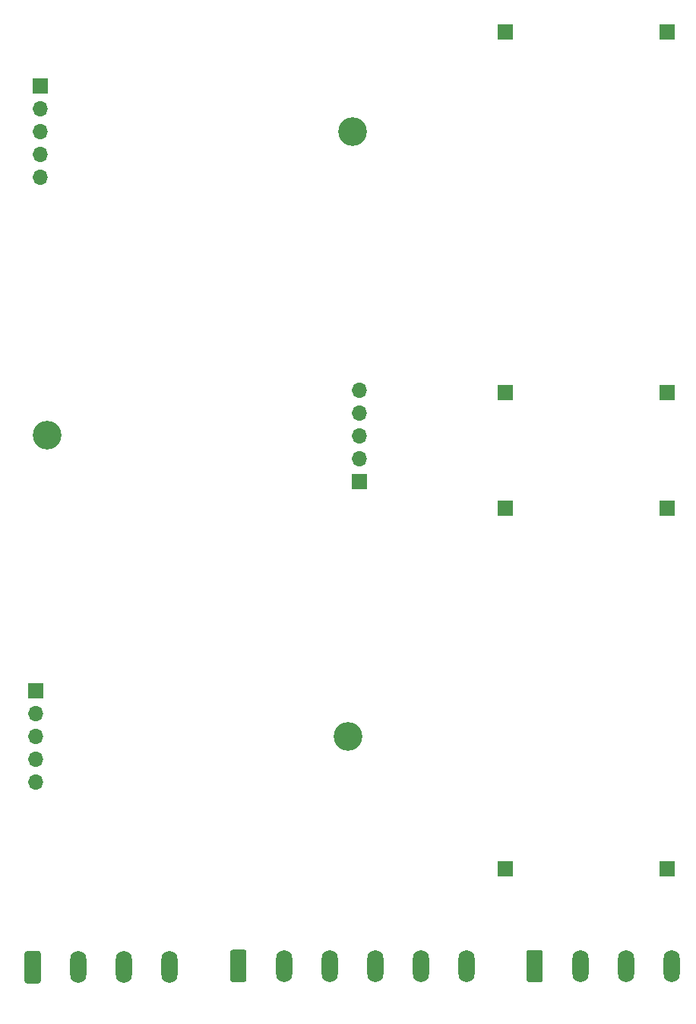
<source format=gbr>
%TF.GenerationSoftware,KiCad,Pcbnew,(5.1.7)-1*%
%TF.CreationDate,2021-01-07T21:57:37+01:00*%
%TF.ProjectId,potencia,706f7465-6e63-4696-912e-6b696361645f,rev?*%
%TF.SameCoordinates,Original*%
%TF.FileFunction,Soldermask,Bot*%
%TF.FilePolarity,Negative*%
%FSLAX46Y46*%
G04 Gerber Fmt 4.6, Leading zero omitted, Abs format (unit mm)*
G04 Created by KiCad (PCBNEW (5.1.7)-1) date 2021-01-07 21:57:37*
%MOMM*%
%LPD*%
G01*
G04 APERTURE LIST*
%ADD10O,1.800000X3.600000*%
%ADD11C,3.200000*%
%ADD12R,1.700000X1.700000*%
%ADD13O,1.700000X1.700000*%
G04 APERTURE END LIST*
D10*
%TO.C,GND    5V    12V    GND*%
X189230000Y-154749500D03*
X184150000Y-154749500D03*
X179070000Y-154749500D03*
G36*
G01*
X173090000Y-156299500D02*
X173090000Y-153199500D01*
G75*
G02*
X173340000Y-152949500I250000J0D01*
G01*
X174640000Y-152949500D01*
G75*
G02*
X174890000Y-153199500I0J-250000D01*
G01*
X174890000Y-156299500D01*
G75*
G02*
X174640000Y-156549500I-250000J0D01*
G01*
X173340000Y-156549500D01*
G75*
G02*
X173090000Y-156299500I0J250000D01*
G01*
G37*
%TD*%
%TO.C,GND   GND   BAT   SETA*%
X133299200Y-154889200D03*
X128219200Y-154889200D03*
X123139200Y-154889200D03*
G36*
G01*
X117159200Y-156439200D02*
X117159200Y-153339200D01*
G75*
G02*
X117409200Y-153089200I250000J0D01*
G01*
X118709200Y-153089200D01*
G75*
G02*
X118959200Y-153339200I0J-250000D01*
G01*
X118959200Y-156439200D01*
G75*
G02*
X118709200Y-156689200I-250000J0D01*
G01*
X117409200Y-156689200D01*
G75*
G02*
X117159200Y-156439200I0J250000D01*
G01*
G37*
%TD*%
%TO.C,5V    5V    5V    GND    12V    12V*%
X166370000Y-154736800D03*
X161290000Y-154736800D03*
X156210000Y-154736800D03*
X151130000Y-154736800D03*
X146050000Y-154736800D03*
G36*
G01*
X140070000Y-156286800D02*
X140070000Y-153186800D01*
G75*
G02*
X140320000Y-152936800I250000J0D01*
G01*
X141620000Y-152936800D01*
G75*
G02*
X141870000Y-153186800I0J-250000D01*
G01*
X141870000Y-156286800D01*
G75*
G02*
X141620000Y-156536800I-250000J0D01*
G01*
X140320000Y-156536800D01*
G75*
G02*
X140070000Y-156286800I0J250000D01*
G01*
G37*
%TD*%
D11*
%TO.C, *%
X153162000Y-129159000D03*
%TD*%
%TO.C, *%
X153670000Y-61849000D03*
%TD*%
%TO.C, *%
X119634000Y-95631000D03*
%TD*%
D12*
%TO.C,In-*%
X188722000Y-90932000D03*
%TD*%
%TO.C,In-*%
X188722000Y-143891000D03*
%TD*%
%TO.C,Out-*%
X188722000Y-50800000D03*
%TD*%
%TO.C,Out-*%
X188722000Y-103759000D03*
%TD*%
%TO.C,In+*%
X170688000Y-90932000D03*
%TD*%
%TO.C,In+*%
X170688000Y-143891000D03*
%TD*%
%TO.C,Out+*%
X170688000Y-103759000D03*
%TD*%
%TO.C,Out+*%
X170688000Y-50800000D03*
%TD*%
%TO.C, *%
X118872000Y-56769000D03*
D13*
X118872000Y-59309000D03*
X118872000Y-61849000D03*
X118872000Y-64389000D03*
X118872000Y-66929000D03*
%TD*%
%TO.C, *%
X118364000Y-134239000D03*
X118364000Y-131699000D03*
X118364000Y-129159000D03*
X118364000Y-126619000D03*
D12*
X118364000Y-124079000D03*
%TD*%
%TO.C,  *%
X154432000Y-100838000D03*
D13*
X154432000Y-98298000D03*
X154432000Y-95758000D03*
X154432000Y-93218000D03*
X154432000Y-90678000D03*
%TD*%
M02*

</source>
